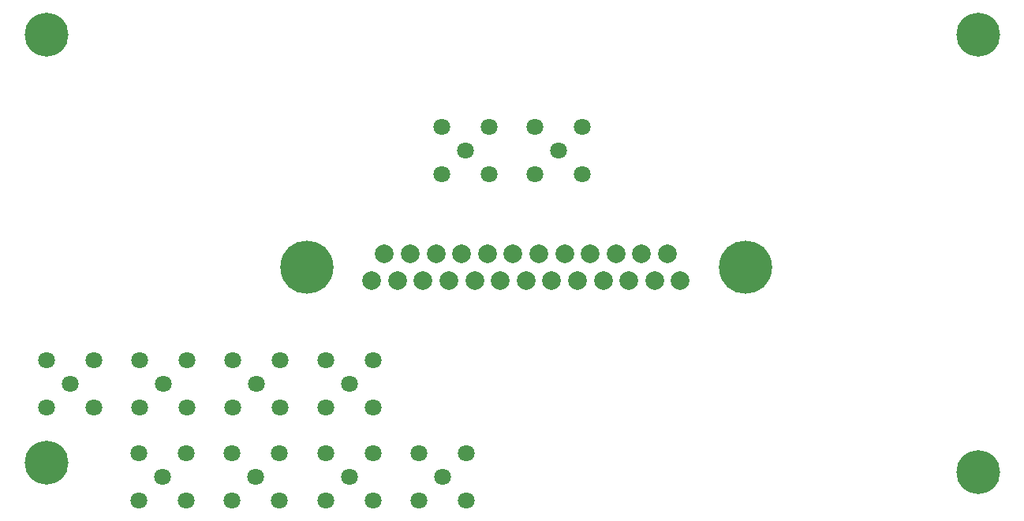
<source format=gbs>
G04*
G04 #@! TF.GenerationSoftware,Altium Limited,Altium Designer,19.1.5 (86)*
G04*
G04 Layer_Color=16711935*
%FSLAX25Y25*%
%MOIN*%
G70*
G01*
G75*
%ADD12C,0.18517*%
%ADD13C,0.07887*%
%ADD14C,0.22453*%
%ADD15C,0.07099*%
D12*
X19685Y-208661D02*
D03*
Y-27559D02*
D03*
X413386Y-212598D02*
D03*
Y-27559D02*
D03*
D13*
X282149Y-120384D02*
D03*
X271282D02*
D03*
X260415D02*
D03*
X249548D02*
D03*
X238681D02*
D03*
X227814D02*
D03*
X216947D02*
D03*
X206080D02*
D03*
X195213D02*
D03*
X184346D02*
D03*
X173479D02*
D03*
X162612D02*
D03*
X287566Y-131584D02*
D03*
X276699D02*
D03*
X265832D02*
D03*
X254965D02*
D03*
X244098D02*
D03*
X233231D02*
D03*
X222364D02*
D03*
X211497D02*
D03*
X200630D02*
D03*
X189763D02*
D03*
X178896D02*
D03*
X168029D02*
D03*
X157162D02*
D03*
D14*
X129764Y-125984D02*
D03*
X314961D02*
D03*
D15*
X187008Y-214567D02*
D03*
X177008Y-204567D02*
D03*
Y-224567D02*
D03*
X197008D02*
D03*
Y-204567D02*
D03*
X147638Y-214567D02*
D03*
X137638Y-204567D02*
D03*
Y-224567D02*
D03*
X157638D02*
D03*
Y-204567D02*
D03*
X108268Y-214567D02*
D03*
X98268Y-204567D02*
D03*
Y-224567D02*
D03*
X118268D02*
D03*
Y-204567D02*
D03*
X68898Y-214567D02*
D03*
X58898Y-204567D02*
D03*
Y-224567D02*
D03*
X78898D02*
D03*
Y-204567D02*
D03*
X157795Y-165354D02*
D03*
Y-185354D02*
D03*
X137795D02*
D03*
Y-165354D02*
D03*
X147795Y-175354D02*
D03*
X118425Y-165354D02*
D03*
Y-185354D02*
D03*
X98425D02*
D03*
Y-165354D02*
D03*
X108425Y-175354D02*
D03*
X79055Y-165354D02*
D03*
Y-185354D02*
D03*
X59055D02*
D03*
Y-165354D02*
D03*
X69055Y-175354D02*
D03*
X39685Y-165354D02*
D03*
Y-185354D02*
D03*
X19685D02*
D03*
Y-165354D02*
D03*
X29685Y-175354D02*
D03*
X206850Y-66772D02*
D03*
Y-86772D02*
D03*
X186850D02*
D03*
Y-66772D02*
D03*
X196850Y-76772D02*
D03*
X246221Y-66772D02*
D03*
Y-86772D02*
D03*
X226221D02*
D03*
Y-66772D02*
D03*
X236221Y-76772D02*
D03*
M02*

</source>
